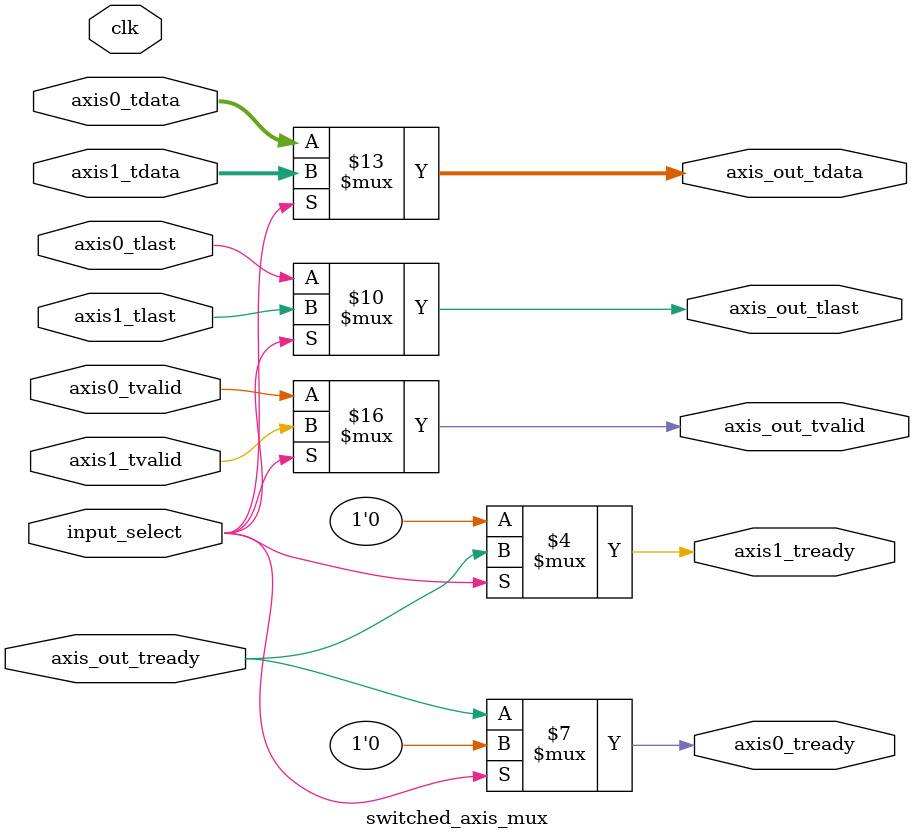
<source format=v>

/*
    Multiplexes two AXI stream inputs into a single output

    Assumes that only one input stream will be active at a time

*/

module switched_axis_mux # (parameter DW=512)
(
    
    // This doesn't do anything and is here to keep Vivado happy
    input clk,

    // Selects which input stream is connected to the output stream
    input              input_select,

    // Input stream #0
    input[DW-1:0]      axis0_tdata,
    input              axis0_tlast,
    input              axis0_tvalid,
    output reg         axis0_tready,

    // Input stream #1
    input[DW-1:0]      axis1_tdata,
    input              axis1_tlast,
    input              axis1_tvalid,
    output reg         axis1_tready,

    // Output stream
    output reg[DW-1:0] axis_out_tdata,
    output reg         axis_out_tlast,
    output reg         axis_out_tvalid,
    input              axis_out_tready
);

// This mux ensures that only one of the input streams is ever connected
// to the output stream at any given time.  
always @* begin

    if (input_select == 0) begin
        axis_out_tvalid = axis0_tvalid;
        axis_out_tdata  = axis0_tdata;
        axis_out_tlast  = axis0_tlast;
        axis0_tready    = axis_out_tready;
        axis1_tready    = 0;
    end

    else begin
        axis_out_tvalid = axis1_tvalid;
        axis_out_tdata  = axis1_tdata;
        axis_out_tlast  = axis1_tlast;
        axis0_tready    = 0;
        axis1_tready    = axis_out_tready;
    end

end


endmodule


</source>
